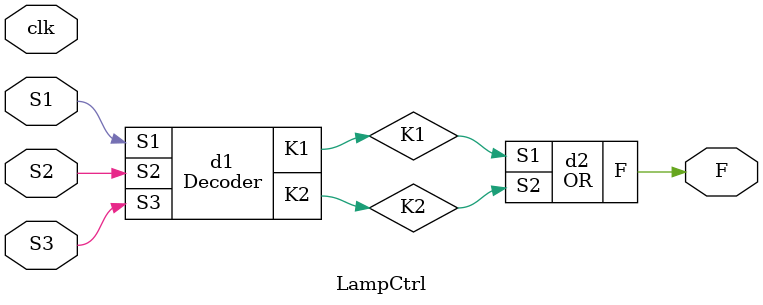
<source format=v>

module Decoder(
    input wire S1,
    input wire S2,
    input wire S3,
    output wire K1,
    output wire K2
);

reg [2:0] test;
reg temp1;
reg temp2;

always @(*) begin


test = {S3,S2,S1};
temp1 = 1'b0;
temp2 = 1'b0;

case (test) 

3'b001:temp1 = 1'b1;
3'b111:temp2 = 1'b1;



endcase

end
assign K1 = temp1;
assign K2 = temp2;
 
endmodule

module OR(
    input wire S1,
    input wire S2,
    output wire F
);

assign F = S1|S2;

endmodule

module LampCtrl(
 	input wire clk, 
	input wire S1, 
	input wire S2, 
	input wire S3,
	output wire F
	);
    wire K1;
    wire K2;
    Decoder d1(S1,S2,S3,K1,K2);
    OR d2(K1,K2,F);

	

endmodule 
</source>
